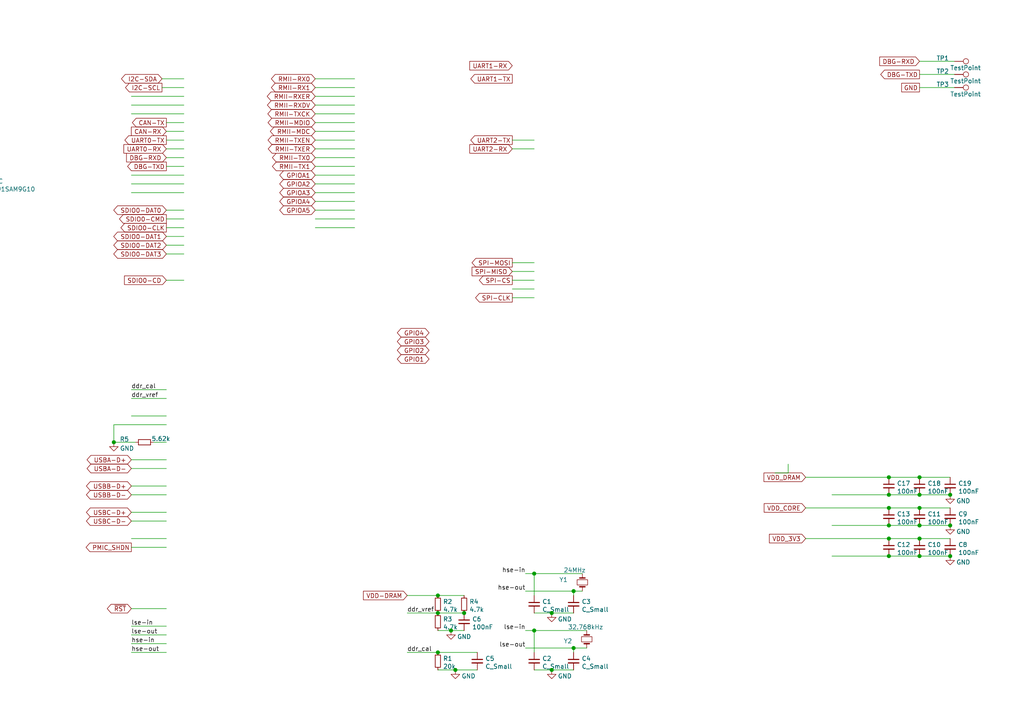
<source format=kicad_sch>
(kicad_sch (version 20210621) (generator eeschema)
  (paper "A4")
  (lib_symbols
    (symbol "Connector:TestPoint" (pin_numbers hide) (pin_names (offset 0.762) hide)
      (property "Reference" "TP" (at 0 6.858 0))
      (property "Value" "TestPoint" (at 0 5.08 0))
      (symbol "TestPoint_0_1"
        (circle (center 0 3.302) (radius 0.762))
      )
      (symbol "TestPoint_1_1"
        (pin passive line (at 0 0 90) (length 2.54) (name "1") (number "1"))
      )
    )
    (symbol "Device:C_Small" (pin_numbers hide) (pin_names (offset 0.254) hide)
      (property "Reference" "C" (at 0.254 1.778 0))
      (property "Value" "C_Small" (at 0.254 -2.032 0))
      (symbol "C_Small_0_1"
        (polyline (pts (xy -1.524 -0.508) (xy 1.524 -0.508)) (stroke (width 0.3302)))
        (polyline (pts (xy -1.524 0.508) (xy 1.524 0.508)) (stroke (width 0.3048)))
      )
      (symbol "C_Small_1_1"
        (pin passive line (at 0 2.54 270) (length 2.032) (name "~") (number "1"))
        (pin passive line (at 0 -2.54 90) (length 2.032) (name "~") (number "2"))
      )
    )
    (symbol "Device:Crystal_Small" (pin_numbers hide) (pin_names (offset 1.016) hide)
      (property "Reference" "Y" (at 0 2.54 0))
      (property "Value" "Crystal_Small" (at 0 -2.54 0))
      (symbol "Crystal_Small_0_1"
        (rectangle (start -0.762 -1.524) (end 0.762 1.524))
        (polyline (pts (xy -1.27 -0.762) (xy -1.27 0.762)) (stroke (width 0.381)))
        (polyline (pts (xy 1.27 -0.762) (xy 1.27 0.762)) (stroke (width 0.381)))
      )
      (symbol "Crystal_Small_1_1"
        (pin passive line (at -2.54 0 0) (length 1.27) (name "1") (number "1"))
        (pin passive line (at 2.54 0 180) (length 1.27) (name "2") (number "2"))
      )
    )
    (symbol "Device:R_Small" (pin_numbers hide) (pin_names (offset 0.254) hide)
      (property "Reference" "R" (at 0.762 0.508 0))
      (property "Value" "R_Small" (at 0.762 -1.016 0))
      (symbol "R_Small_0_1"
        (rectangle (start -0.762 1.778) (end 0.762 -1.778) (stroke (width 0.2032)))
      )
      (symbol "R_Small_1_1"
        (pin passive line (at 0 2.54 270) (length 0.762) (name "~") (number "1"))
        (pin passive line (at 0 -2.54 90) (length 0.762) (name "~") (number "2"))
      )
    )
    (symbol "microchip:AT91SAM9G10"
      (property "Reference" "U" (at 0 43.18 0))
      (property "Value" "AT91SAM9G10" (at -8.89 43.18 0))
      (symbol "AT91SAM9G10_1_0"
        (pin passive line (at -6.35 -36.83 0) (length 2.54) (name "PA30") (number "L14"))
        (pin passive line (at -6.35 -29.21 0) (length 2.54) (name "PA27") (number "L15"))
        (pin passive line (at -6.35 -39.37 0) (length 2.54) (name "PA31") (number "L16"))
        (pin passive line (at -6.35 -24.13 0) (length 2.54) (name "PA25") (number "M14"))
        (pin passive line (at -6.35 -26.67 0) (length 2.54) (name "PA26") (number "M15"))
        (pin passive line (at -6.35 -31.75 0) (length 2.54) (name "PA28") (number "M16"))
        (pin passive line (at -6.35 -34.29 0) (length 2.54) (name "PA29") (number "M17"))
        (pin passive line (at -6.35 -16.51 0) (length 2.54) (name "PA22") (number "N14"))
        (pin passive line (at -6.35 -13.97 0) (length 2.54) (name "PA21") (number "N15"))
        (pin passive line (at -6.35 -19.05 0) (length 2.54) (name "PA23") (number "N16"))
        (pin passive line (at -6.35 -21.59 0) (length 2.54) (name "PA24") (number "N17"))
        (pin passive line (at -6.35 31.75 0) (length 2.54) (name "PA3") (number "P10"))
        (pin passive line (at -6.35 1.27 0) (length 2.54) (name "PA15") (number "P13"))
        (pin passive line (at -6.35 -1.27 0) (length 2.54) (name "PA16") (number "P14"))
        (pin passive line (at -6.35 -8.89 0) (length 2.54) (name "PA19") (number "P16"))
        (pin passive line (at -6.35 -11.43 0) (length 2.54) (name "PA20") (number "P17"))
        (pin passive line (at -6.35 39.37 0) (length 2.54) (name "PA0") (number "R11"))
        (pin passive line (at -6.35 21.59 0) (length 2.54) (name "PA7") (number "R12"))
        (pin passive line (at -6.35 13.97 0) (length 2.54) (name "PA10") (number "R13"))
        (pin passive line (at -6.35 6.35 0) (length 2.54) (name "PA13") (number "R14"))
        (pin passive line (at -6.35 -3.81 0) (length 2.54) (name "PA17") (number "R15"))
        (pin passive line (at -6.35 -6.35 0) (length 2.54) (name "PA18") (number "R17"))
        (pin passive line (at -6.35 36.83 0) (length 2.54) (name "PA1") (number "T12"))
        (pin passive line (at -6.35 29.21 0) (length 2.54) (name "PA4") (number "T13"))
        (pin passive line (at -6.35 24.13 0) (length 2.54) (name "PA6") (number "T14"))
        (pin passive line (at -6.35 19.05 0) (length 2.54) (name "PA8") (number "T15"))
        (pin passive line (at -6.35 11.43 0) (length 2.54) (name "PA11") (number "T16"))
        (pin passive line (at -6.35 3.81 0) (length 2.54) (name "PA14") (number "T17"))
        (pin passive line (at -6.35 34.29 0) (length 2.54) (name "PA2") (number "U13"))
        (pin passive line (at -6.35 26.67 0) (length 2.54) (name "PA5") (number "U14"))
        (pin passive line (at -6.35 8.89 0) (length 2.54) (name "PA12") (number "U15"))
        (pin passive line (at -6.35 16.51 0) (length 2.54) (name "PA9") (number "U16"))
      )
      (symbol "AT91SAM9G10_1_1"
        (rectangle (start -3.81 40.64) (end 3.81 -40.64) (stroke (width 0.1524)) (fill (type background)))
      )
      (symbol "AT91SAM9G10_2_0"
        (pin passive line (at -8.89 -29.21 0) (length 5.08) (name "PB27") (number "A15"))
        (pin passive line (at -8.89 -21.59 0) (length 5.08) (name "PB24") (number "A17"))
        (pin passive line (at -8.89 -39.37 0) (length 5.08) (name "PB31") (number "B13"))
        (pin passive line (at -8.89 -26.67 0) (length 5.08) (name "PB26") (number "B15"))
        (pin passive line (at -8.89 -24.13 0) (length 5.08) (name "PB25") (number "B16"))
        (pin passive line (at -8.89 -8.89 0) (length 5.08) (name "PB19") (number "B17"))
        (pin passive line (at -8.89 -36.83 0) (length 5.08) (name "PB30") (number "C13"))
        (pin passive line (at -8.89 -13.97 0) (length 5.08) (name "PB21") (number "C16"))
        (pin passive line (at -8.89 -34.29 0) (length 5.08) (name "PB29") (number "D12"))
        (pin passive line (at -8.89 -31.75 0) (length 5.08) (name "PB28") (number "D13"))
        (pin passive line (at -8.89 -19.05 0) (length 5.08) (name "PB23") (number "D14"))
        (pin passive line (at -8.89 -11.43 0) (length 5.08) (name "PB20") (number "D15"))
        (pin passive line (at -8.89 -3.81 0) (length 5.08) (name "PB17") (number "D16"))
        (pin passive line (at -8.89 -16.51 0) (length 5.08) (name "PB22") (number "E14"))
        (pin passive line (at -8.89 -6.35 0) (length 5.08) (name "PB18") (number "E15"))
        (pin passive line (at -8.89 1.27 0) (length 5.08) (name "PB15") (number "E16"))
        (pin passive line (at -8.89 -1.27 0) (length 5.08) (name "PB16") (number "F14"))
        (pin passive line (at -8.89 3.81 0) (length 5.08) (name "PB14") (number "G14"))
        (pin passive line (at -8.89 8.89 0) (length 5.08) (name "PB12") (number "G15"))
        (pin passive line (at -8.89 11.43 0) (length 5.08) (name "PB11") (number "G16"))
        (pin passive line (at -8.89 19.05 0) (length 5.08) (name "PB8") (number "G17"))
        (pin passive line (at -8.89 13.97 0) (length 5.08) (name "PB10") (number "H14"))
        (pin passive line (at -8.89 6.35 0) (length 5.08) (name "PB13") (number "H15"))
        (pin passive line (at -8.89 21.59 0) (length 5.08) (name "PB7") (number "H16"))
        (pin passive line (at -8.89 26.67 0) (length 5.08) (name "PB5") (number "H17"))
        (pin passive line (at -8.89 16.51 0) (length 5.08) (name "PB9") (number "J15"))
        (pin passive line (at -8.89 24.13 0) (length 5.08) (name "PB6") (number "J16"))
        (pin passive line (at -8.89 29.21 0) (length 5.08) (name "PB4") (number "J17"))
        (pin passive line (at -8.89 31.75 0) (length 5.08) (name "PB3") (number "K15"))
        (pin passive line (at -8.89 36.83 0) (length 5.08) (name "PB1") (number "K16"))
        (pin passive line (at -8.89 34.29 0) (length 5.08) (name "PB2") (number "K17"))
        (pin passive line (at -8.89 39.37 0) (length 5.08) (name "PB0") (number "L17"))
      )
      (symbol "AT91SAM9G10_2_1"
        (rectangle (start -3.81 40.64) (end 3.81 -40.64) (stroke (width 0.1524)) (fill (type background)))
      )
      (symbol "AT91SAM9G10_3_0"
        (pin passive line (at -6.35 -6.35 0) (length 2.54) (name "PC18") (number "M3"))
        (pin passive line (at -6.35 -3.81 0) (length 2.54) (name "PC17") (number "N2"))
        (pin passive line (at -6.35 -39.37 0) (length 2.54) (name "PC31") (number "N3"))
        (pin passive line (at -6.35 -1.27 0) (length 2.54) (name "PC16") (number "P1"))
        (pin passive line (at -6.35 -36.83 0) (length 2.54) (name "PC30") (number "P2"))
        (pin passive line (at -6.35 -16.51 0) (length 2.54) (name "PC22") (number "P3"))
        (pin passive line (at -6.35 -21.59 0) (length 2.54) (name "PC24") (number "P4"))
        (pin passive line (at -6.35 -31.75 0) (length 2.54) (name "PC28") (number "P5"))
        (pin passive line (at -6.35 36.83 0) (length 2.54) (name "PC1") (number "P6"))
        (pin passive line (at -6.35 21.59 0) (length 2.54) (name "PC7") (number "P7"))
        (pin passive line (at -6.35 11.43 0) (length 2.54) (name "PC11") (number "P8"))
        (pin passive line (at -6.35 -8.89 0) (length 2.54) (name "PC19") (number "R1"))
        (pin passive line (at -6.35 -13.97 0) (length 2.54) (name "PC21") (number "R2"))
        (pin passive line (at -6.35 -29.21 0) (length 2.54) (name "PC27") (number "R4"))
        (pin passive line (at -6.35 -34.29 0) (length 2.54) (name "PC29") (number "R5"))
        (pin passive line (at -6.35 29.21 0) (length 2.54) (name "PC4") (number "R6"))
        (pin passive line (at -6.35 19.05 0) (length 2.54) (name "PC8") (number "R7"))
        (pin passive line (at -6.35 8.89 0) (length 2.54) (name "PC12") (number "R8"))
        (pin passive line (at -6.35 3.81 0) (length 2.54) (name "PC14") (number "R9"))
        (pin passive line (at -6.35 -11.43 0) (length 2.54) (name "PC20") (number "T1"))
        (pin passive line (at -6.35 -19.05 0) (length 2.54) (name "PC23") (number "T2"))
        (pin passive line (at -6.35 -26.67 0) (length 2.54) (name "PC26") (number "T3"))
        (pin passive line (at -6.35 34.29 0) (length 2.54) (name "PC2") (number "T4"))
        (pin passive line (at -6.35 26.67 0) (length 2.54) (name "PC5") (number "T6"))
        (pin passive line (at -6.35 16.51 0) (length 2.54) (name "PC9") (number "T7"))
        (pin passive line (at -6.35 13.97 0) (length 2.54) (name "PC10") (number "T8"))
        (pin passive line (at -6.35 1.27 0) (length 2.54) (name "PC15") (number "T9"))
        (pin passive line (at -6.35 -24.13 0) (length 2.54) (name "PC25") (number "U1"))
        (pin passive line (at -6.35 39.37 0) (length 2.54) (name "PC0") (number "U2"))
        (pin passive line (at -6.35 31.75 0) (length 2.54) (name "PC3") (number "U3"))
        (pin passive line (at -6.35 24.13 0) (length 2.54) (name "PC6") (number "U5"))
        (pin passive line (at -6.35 6.35 0) (length 2.54) (name "PC13") (number "U8"))
      )
      (symbol "AT91SAM9G10_3_1"
        (rectangle (start -3.81 40.64) (end 3.81 -40.64) (stroke (width 0.1524)) (fill (type background)))
      )
      (symbol "AT91SAM9G10_4_0"
        (pin passive line (at -10.16 -10.16 0) (length 2.54) (name "A19") (number "A1"))
        (pin passive line (at -10.16 -2.54 0) (length 2.54) (name "A16/BA0") (number "A2"))
        (pin passive line (at -10.16 2.54 0) (length 2.54) (name "A14") (number "A3"))
        (pin passive line (at -10.16 7.62 0) (length 2.54) (name "A12") (number "A4"))
        (pin passive line (at -10.16 15.24 0) (length 2.54) (name "A9") (number "A5"))
        (pin passive line (at -10.16 22.86 0) (length 2.54) (name "A6") (number "A6"))
        (pin passive line (at -10.16 30.48 0) (length 2.54) (name "A3") (number "A7"))
        (pin passive line (at -10.16 33.02 0) (length 2.54) (name "A2") (number "A8"))
        (pin passive line (at -10.16 -12.7 0) (length 2.54) (name "A20") (number "B1"))
        (pin passive line (at -10.16 -7.62 0) (length 2.54) (name "A18") (number "B2"))
        (pin passive line (at -10.16 0 0) (length 2.54) (name "A15") (number "B3"))
        (pin passive line (at -10.16 5.08 0) (length 2.54) (name "A13") (number "B4"))
        (pin passive line (at -10.16 10.16 0) (length 2.54) (name "A11") (number "B5"))
        (pin passive line (at -10.16 20.32 0) (length 2.54) (name "A7") (number "B6"))
        (pin passive line (at -10.16 27.94 0) (length 2.54) (name "A4") (number "B7"))
        (pin passive line (at -10.16 35.56 0) (length 2.54) (name "A1/NBS2/NWR2") (number "B8"))
        (pin passive line (at -10.16 -17.78 0) (length 2.54) (name "A22") (number "C1"))
        (pin passive line (at -10.16 -15.24 0) (length 2.54) (name "A21") (number "C2"))
        (pin passive line (at -10.16 -5.08 0) (length 2.54) (name "A17/BA1") (number "C4"))
        (pin passive line (at -10.16 17.78 0) (length 2.54) (name "A8") (number "C6"))
        (pin passive line (at 24.13 -11.43 180) (length 5.08) (name "NCS2") (number "D1"))
        (pin passive line (at 24.13 -8.89 180) (length 5.08) (name "NCS1/SDCS") (number "D2"))
        (pin passive line (at -10.16 12.7 0) (length 2.54) (name "A10") (number "D6"))
        (pin passive line (at -10.16 25.4 0) (length 2.54) (name "A5") (number "D7"))
        (pin passive line (at -10.16 38.1 0) (length 2.54) (name "A0/NBS0") (number "D8"))
        (pin passive line (at 24.13 -21.59 180) (length 5.08) (name "NWR1/NBS1/CFIOR") (number "E1"))
        (pin passive line (at 24.13 -19.05 180) (length 5.08) (name "NWR0/NWE/CFWE") (number "E2"))
        (pin passive line (at 24.13 -29.21 180) (length 5.08) (name "NRD/CFOE") (number "E3"))
        (pin passive line (at -12.7 -22.86 0) (length 5.08) (name "SDA10") (number "E4"))
        (pin passive line (at -12.7 -38.1 0) (length 5.08) (name "SDCKE") (number "F1"))
        (pin passive line (at -12.7 -27.94 0) (length 5.08) (name "RAS") (number "F2"))
        (pin passive line (at 24.13 -24.13 180) (length 5.08) (name "NWR3/NBS3/CFIOW") (number "F3"))
        (pin passive line (at 24.13 -6.35 180) (length 5.08) (name "NCS0") (number "F4"))
        (pin passive line (at 24.13 38.1 180) (length 5.08) (name "D0") (number "G1"))
        (pin passive line (at 24.13 35.56 180) (length 5.08) (name "D1") (number "G2"))
        (pin passive line (at -12.7 -30.48 0) (length 5.08) (name "SDWE") (number "G3"))
        (pin passive line (at 24.13 -13.97 180) (length 5.08) (name "NCS3/NANDCS") (number "G4"))
        (pin passive line (at 24.13 33.02 180) (length 5.08) (name "D2") (number "H1"))
        (pin passive line (at 24.13 30.48 180) (length 5.08) (name "D3") (number "H2"))
        (pin passive line (at -12.7 -35.56 0) (length 5.08) (name "SDCK") (number "H4"))
        (pin passive line (at 24.13 27.94 180) (length 5.08) (name "D4") (number "J1"))
        (pin passive line (at 24.13 25.4 180) (length 5.08) (name "D5") (number "J2"))
        (pin passive line (at -12.7 -33.02 0) (length 5.08) (name "CAS") (number "J4"))
        (pin passive line (at 24.13 22.86 180) (length 5.08) (name "D6") (number "K1"))
        (pin passive line (at 24.13 17.78 180) (length 5.08) (name "D8") (number "K2"))
        (pin passive line (at 24.13 12.7 180) (length 5.08) (name "D10") (number "K3"))
        (pin passive line (at 24.13 20.32 180) (length 5.08) (name "D7") (number "K4"))
        (pin passive line (at 24.13 15.24 180) (length 5.08) (name "D9") (number "L1"))
        (pin passive line (at 24.13 10.16 180) (length 5.08) (name "D11") (number "L2"))
        (pin passive line (at 24.13 7.62 180) (length 5.08) (name "D12") (number "L3"))
        (pin passive line (at 24.13 5.08 180) (length 5.08) (name "D13") (number "M1"))
        (pin passive line (at 24.13 0 180) (length 5.08) (name "D15") (number "M2"))
        (pin passive line (at 24.13 2.54 180) (length 5.08) (name "D14") (number "N1"))
      )
      (symbol "AT91SAM9G10_4_1"
        (rectangle (start -7.62 39.37) (end 19.05 -39.37) (stroke (width 0.1524)) (fill (type background)))
      )
      (symbol "AT91SAM9G10_5_0"
        (pin passive line (at -8.89 -31.75 0) (length 5.08) (name "XOUT32") (number "A10"))
        (pin passive line (at -8.89 -29.21 0) (length 5.08) (name "XIN32") (number "A11"))
        (pin passive line (at -8.89 3.81 0) (length 5.08) (name "DDP") (number "A12"))
        (pin passive line (at -8.89 -3.81 0) (length 5.08) (name "HDPB") (number "A13"))
        (pin passive line (at -8.89 -6.35 0) (length 5.08) (name "HDMB") (number "A14"))
        (pin passive line (at -8.89 -40.64 0) (length 5.08) (name "NC") (number "A9"))
        (pin passive line (at -8.89 38.1 0) (length 5.08) (name "JTAGSEL") (number "B10"))
        (pin passive line (at -8.89 11.43 0) (length 5.08) (name "WKUP") (number "B11"))
        (pin passive line (at -8.89 1.27 0) (length 5.08) (name "DDM") (number "B12"))
        (pin passive line (at -8.89 -13.97 0) (length 5.08) (name "HDMA") (number "B14"))
        (pin passive line (at -8.89 -24.13 0) (length 5.08) (name "TST") (number "C10"))
        (pin passive line (at -8.89 -11.43 0) (length 5.08) (name "HDPA") (number "C12"))
        (pin passive line (at -8.89 -43.18 0) (length 5.08) (name "NC") (number "C14"))
        (pin passive line (at -8.89 27.94 0) (length 5.08) (name "TMS") (number "C17"))
        (pin passive line (at -8.89 -45.72 0) (length 5.08) (name "NC") (number "D10"))
        (pin passive line (at -8.89 35.56 0) (length 5.08) (name "TCK") (number "D17"))
        (pin passive line (at -8.89 8.89 0) (length 5.08) (name "SHDN") (number "D9"))
        (pin passive line (at -8.89 33.02 0) (length 5.08) (name "TDI") (number "E17"))
        (pin passive line (at -8.89 17.78 0) (length 5.08) (name "NRST") (number "F15"))
        (pin passive line (at -8.89 30.48 0) (length 5.08) (name "TDO") (number "F16"))
        (pin passive line (at -8.89 22.86 0) (length 5.08) (name "NTRST") (number "F17"))
        (pin passive line (at -8.89 -20.32 0) (length 5.08) (name "PLLRCA") (number "U10"))
        (pin passive line (at -8.89 -34.29 0) (length 5.08) (name "XIN") (number "U11"))
        (pin passive line (at -8.89 -36.83 0) (length 5.08) (name "XOUT") (number "U12"))
        (pin passive line (at -8.89 25.4 0) (length 5.08) (name "RTCK") (number "U17"))
        (pin passive line (at -8.89 -17.78 0) (length 5.08) (name "PLLRCB") (number "U9"))
      )
      (symbol "AT91SAM9G10_5_1"
        (rectangle (start -3.81 40.64) (end 10.16 -46.99) (stroke (width 0.1524)) (fill (type background)))
      )
      (symbol "AT91SAM9G10_6_0"
        (pin passive line (at -6.35 19.05 0) (length 5.08) (name "GND") (number "A16"))
        (pin power_in line (at 21.59 -16.51 180) (length 5.08) (name "VDDBU") (number "B9"))
        (pin passive line (at -6.35 13.97 0) (length 5.08) (name "GND") (number "C11"))
        (pin power_in line (at 21.59 2.54 180) (length 5.08) (name "VDDIOP") (number "C15"))
        (pin power_in line (at 21.59 22.86 180) (length 5.08) (name "VDDIOM") (number "C3"))
        (pin power_in line (at 21.59 20.32 180) (length 5.08) (name "VDDIOM") (number "C5"))
        (pin passive line (at -6.35 16.51 0) (length 5.08) (name "GND") (number "C7"))
        (pin power_in line (at 21.59 17.78 180) (length 5.08) (name "VDDIOM") (number "C8"))
        (pin passive line (at -6.35 26.67 0) (length 5.08) (name "GNDBU") (number "C9"))
        (pin power_in line (at 21.59 0 180) (length 5.08) (name "VDDIOP") (number "D11"))
        (pin passive line (at -6.35 11.43 0) (length 5.08) (name "GND") (number "D3"))
        (pin power_in line (at 21.59 15.24 180) (length 5.08) (name "VDDIOM") (number "D4"))
        (pin power_in line (at 21.59 29.21 180) (length 5.08) (name "VDDCORE") (number "D5"))
        (pin passive line (at -6.35 3.81 0) (length 5.08) (name "GND") (number "H10"))
        (pin power_in line (at 21.59 12.7 180) (length 5.08) (name "VDDIOM") (number "H3"))
        (pin passive line (at -6.35 8.89 0) (length 5.08) (name "GND") (number "H8"))
        (pin passive line (at -6.35 6.35 0) (length 5.08) (name "GND") (number "H9"))
        (pin passive line (at -6.35 -6.35 0) (length 5.08) (name "GND") (number "J10"))
        (pin power_in line (at 21.59 -2.54 180) (length 5.08) (name "VDDIOP") (number "J14"))
        (pin passive line (at -6.35 1.27 0) (length 5.08) (name "GND") (number "J3"))
        (pin passive line (at -6.35 -1.27 0) (length 5.08) (name "GND") (number "J8"))
        (pin passive line (at -6.35 -3.81 0) (length 5.08) (name "GND") (number "J9"))
        (pin passive line (at -6.35 -13.97 0) (length 5.08) (name "GND") (number "K10"))
        (pin power_in line (at 21.59 36.83 180) (length 5.08) (name "VDDCORE") (number "K14"))
        (pin passive line (at -6.35 -8.89 0) (length 5.08) (name "GND") (number "K8"))
        (pin passive line (at -6.35 -11.43 0) (length 5.08) (name "GND") (number "K9"))
        (pin power_in line (at 21.59 10.16 180) (length 5.08) (name "VDDIOM") (number "L4"))
        (pin power_in line (at 21.59 34.29 180) (length 5.08) (name "VDDCORE") (number "M4"))
        (pin power_in line (at 21.59 7.62 180) (length 5.08) (name "VDDIOM") (number "N4"))
        (pin power_in line (at 21.59 -5.08 180) (length 5.08) (name "VDDIOP") (number "P11"))
        (pin power_in line (at 21.59 31.75 180) (length 5.08) (name "VDDCORE") (number "P12"))
        (pin power_in line (at 21.59 -7.62 180) (length 5.08) (name "VDDIOP") (number "P15"))
        (pin passive line (at -6.35 21.59 0) (length 5.08) (name "GNDPLL") (number "P9"))
        (pin passive line (at 21.59 -20.32 180) (length 5.08) (name "VDDPLL") (number "R10"))
        (pin passive line (at -6.35 -19.05 0) (length 5.08) (name "GND") (number "R16"))
        (pin passive line (at -6.35 -16.51 0) (length 5.08) (name "GND") (number "R3"))
        (pin passive line (at 21.59 -24.13 180) (length 5.08) (name "VDDOSC") (number "T10"))
        (pin passive line (at -6.35 24.13 0) (length 5.08) (name "GNDOSC") (number "T11"))
        (pin power_in line (at 21.59 -10.16 180) (length 5.08) (name "VDDIOP") (number "T5"))
        (pin passive line (at -6.35 -21.59 0) (length 5.08) (name "GND") (number "U4"))
        (pin power_in line (at 21.59 -12.7 180) (length 5.08) (name "VDDIOP") (number "U6"))
        (pin passive line (at -6.35 -24.13 0) (length 5.08) (name "GND") (number "U7"))
      )
      (symbol "AT91SAM9G10_6_1"
        (rectangle (start -1.27 39.37) (end 16.51 -25.4) (stroke (width 0.1524)) (fill (type background)))
      )
    )
    (symbol "power:GND" (power) (pin_names (offset 0))
      (property "Value" "GND" (at 0 -3.81 0))
      (symbol "GND_0_1"
        (polyline (pts (xy 0 0) (xy 0 -1.27) (xy 1.27 -1.27) (xy 0 -2.54) (xy -1.27 -1.27) (xy 0 -1.27)))
      )
      (symbol "GND_1_1"
        (pin power_in line (at 0 0 270) (length 0) hide (name "GND") (number "1"))
      )
    )
  )
  (junction (at 33.02 128.27) (diameter 1.016))
  (junction (at 127 172.72) (diameter 1.016))
  (junction (at 127 177.8) (diameter 1.016))
  (junction (at 127 189.23) (diameter 1.016))
  (junction (at 130.81 182.88) (diameter 1.016))
  (junction (at 132.08 194.31) (diameter 1.016))
  (junction (at 134.62 177.8) (diameter 1.016))
  (junction (at 154.94 166.37) (diameter 1.016))
  (junction (at 154.94 182.88) (diameter 1.016))
  (junction (at 160.02 177.8) (diameter 1.016))
  (junction (at 160.02 194.31) (diameter 1.016))
  (junction (at 166.37 171.45) (diameter 1.016))
  (junction (at 166.37 187.96) (diameter 1.016))
  (junction (at 257.81 138.43) (diameter 1.016))
  (junction (at 257.81 143.51) (diameter 1.016))
  (junction (at 257.81 147.32) (diameter 1.016))
  (junction (at 257.81 152.4) (diameter 1.016))
  (junction (at 257.81 156.21) (diameter 1.016))
  (junction (at 257.81 161.29) (diameter 1.016))
  (junction (at 266.7 138.43) (diameter 1.016))
  (junction (at 266.7 143.51) (diameter 1.016))
  (junction (at 266.7 147.32) (diameter 1.016))
  (junction (at 266.7 152.4) (diameter 1.016))
  (junction (at 266.7 156.21) (diameter 1.016))
  (junction (at 266.7 161.29) (diameter 1.016))
  (junction (at 275.59 143.51) (diameter 1.016))
  (junction (at 275.59 152.4) (diameter 1.016))
  (junction (at 275.59 161.29) (diameter 1.016))
  (bus_entry (at -27.94 52.07) (size 2.54 2.54) (stroke (width 0.1524)))
  (bus_entry (at -27.94 54.61) (size 2.54 2.54) (stroke (width 0.1524)))
  (bus_entry (at -27.94 57.15) (size 2.54 2.54) (stroke (width 0.1524)))
  (bus_entry (at -27.94 59.69) (size 2.54 2.54) (stroke (width 0.1524)))
  (bus_entry (at -27.94 62.23) (size 2.54 2.54) (stroke (width 0.1524)))
  (bus_entry (at -27.94 64.77) (size 2.54 2.54) (stroke (width 0.1524)))
  (bus_entry (at -27.94 67.31) (size 2.54 2.54) (stroke (width 0.1524)))
  (bus_entry (at -27.94 69.85) (size 2.54 2.54) (stroke (width 0.1524)))
  (bus_entry (at -27.94 72.39) (size 2.54 2.54) (stroke (width 0.1524)))
  (bus_entry (at -27.94 74.93) (size 2.54 2.54) (stroke (width 0.1524)))
  (bus_entry (at -27.94 77.47) (size 2.54 2.54) (stroke (width 0.1524)))
  (bus_entry (at -27.94 80.01) (size 2.54 2.54) (stroke (width 0.1524)))
  (bus_entry (at -27.94 82.55) (size 2.54 2.54) (stroke (width 0.1524)))
  (bus_entry (at -27.94 85.09) (size 2.54 2.54) (stroke (width 0.1524)))
  (bus_entry (at -27.94 87.63) (size 2.54 2.54) (stroke (width 0.1524)))
  (bus_entry (at -27.94 90.17) (size 2.54 2.54) (stroke (width 0.1524)))
  (wire (pts (xy -13.97 54.61) (xy -25.4 54.61)))
  (wire (pts (xy -13.97 57.15) (xy -25.4 57.15)))
  (wire (pts (xy -13.97 59.69) (xy -25.4 59.69)))
  (wire (pts (xy -13.97 62.23) (xy -25.4 62.23)))
  (wire (pts (xy -13.97 64.77) (xy -25.4 64.77)))
  (wire (pts (xy -13.97 67.31) (xy -25.4 67.31)))
  (wire (pts (xy -13.97 69.85) (xy -25.4 69.85)))
  (wire (pts (xy -13.97 72.39) (xy -25.4 72.39)))
  (wire (pts (xy -13.97 74.93) (xy -25.4 74.93)))
  (wire (pts (xy -13.97 77.47) (xy -25.4 77.47)))
  (wire (pts (xy -13.97 80.01) (xy -25.4 80.01)))
  (wire (pts (xy -13.97 82.55) (xy -25.4 82.55)))
  (wire (pts (xy -13.97 85.09) (xy -25.4 85.09)))
  (wire (pts (xy -13.97 87.63) (xy -25.4 87.63)))
  (wire (pts (xy -13.97 90.17) (xy -25.4 90.17)))
  (wire (pts (xy -13.97 92.71) (xy -25.4 92.71)))
  (wire (pts (xy 33.02 123.19) (xy 33.02 128.27)))
  (wire (pts (xy 33.02 123.19) (xy 48.26 123.19)))
  (wire (pts (xy 33.02 128.27) (xy 39.37 128.27)))
  (wire (pts (xy 38.1 27.94) (xy 53.34 27.94)))
  (wire (pts (xy 38.1 30.48) (xy 53.34 30.48)))
  (wire (pts (xy 38.1 33.02) (xy 53.34 33.02)))
  (wire (pts (xy 38.1 50.8) (xy 53.34 50.8)))
  (wire (pts (xy 38.1 53.34) (xy 53.34 53.34)))
  (wire (pts (xy 38.1 55.88) (xy 53.34 55.88)))
  (wire (pts (xy 38.1 113.03) (xy 48.26 113.03)))
  (wire (pts (xy 38.1 115.57) (xy 48.26 115.57)))
  (wire (pts (xy 38.1 120.65) (xy 48.26 120.65)))
  (wire (pts (xy 38.1 133.35) (xy 48.26 133.35)))
  (wire (pts (xy 38.1 135.89) (xy 48.26 135.89)))
  (wire (pts (xy 38.1 140.97) (xy 48.26 140.97)))
  (wire (pts (xy 38.1 143.51) (xy 48.26 143.51)))
  (wire (pts (xy 38.1 148.59) (xy 48.26 148.59)))
  (wire (pts (xy 38.1 151.13) (xy 48.26 151.13)))
  (wire (pts (xy 38.1 156.21) (xy 48.26 156.21)))
  (wire (pts (xy 38.1 158.75) (xy 48.26 158.75)))
  (wire (pts (xy 38.1 176.53) (xy 48.26 176.53)))
  (wire (pts (xy 38.1 181.61) (xy 48.26 181.61)))
  (wire (pts (xy 38.1 184.15) (xy 48.26 184.15)))
  (wire (pts (xy 38.1 186.69) (xy 48.26 186.69)))
  (wire (pts (xy 38.1 189.23) (xy 48.26 189.23)))
  (wire (pts (xy 44.45 128.27) (xy 48.26 128.27)))
  (wire (pts (xy 46.99 22.86) (xy 53.34 22.86)))
  (wire (pts (xy 46.99 25.4) (xy 53.34 25.4)))
  (wire (pts (xy 48.26 35.56) (xy 53.34 35.56)))
  (wire (pts (xy 48.26 38.1) (xy 53.34 38.1)))
  (wire (pts (xy 48.26 40.64) (xy 53.34 40.64)))
  (wire (pts (xy 48.26 43.18) (xy 53.34 43.18)))
  (wire (pts (xy 48.26 45.72) (xy 53.34 45.72)))
  (wire (pts (xy 48.26 48.26) (xy 53.34 48.26)))
  (wire (pts (xy 48.26 60.96) (xy 53.34 60.96)))
  (wire (pts (xy 48.26 63.5) (xy 53.34 63.5)))
  (wire (pts (xy 48.26 66.04) (xy 53.34 66.04)))
  (wire (pts (xy 48.26 68.58) (xy 53.34 68.58)))
  (wire (pts (xy 48.26 71.12) (xy 53.34 71.12)))
  (wire (pts (xy 48.26 73.66) (xy 53.34 73.66)))
  (wire (pts (xy 48.26 81.28) (xy 53.34 81.28)))
  (wire (pts (xy 91.44 22.86) (xy 102.87 22.86)))
  (wire (pts (xy 91.44 25.4) (xy 102.87 25.4)))
  (wire (pts (xy 91.44 27.94) (xy 102.87 27.94)))
  (wire (pts (xy 91.44 30.48) (xy 102.87 30.48)))
  (wire (pts (xy 91.44 33.02) (xy 102.87 33.02)))
  (wire (pts (xy 91.44 35.56) (xy 102.87 35.56)))
  (wire (pts (xy 91.44 38.1) (xy 102.87 38.1)))
  (wire (pts (xy 91.44 40.64) (xy 102.87 40.64)))
  (wire (pts (xy 91.44 43.18) (xy 102.87 43.18)))
  (wire (pts (xy 91.44 45.72) (xy 102.87 45.72)))
  (wire (pts (xy 91.44 48.26) (xy 102.87 48.26)))
  (wire (pts (xy 91.44 50.8) (xy 102.87 50.8)))
  (wire (pts (xy 91.44 53.34) (xy 102.87 53.34)))
  (wire (pts (xy 91.44 55.88) (xy 102.87 55.88)))
  (wire (pts (xy 91.44 58.42) (xy 102.87 58.42)))
  (wire (pts (xy 91.44 60.96) (xy 102.87 60.96)))
  (wire (pts (xy 91.44 63.5) (xy 102.87 63.5)))
  (wire (pts (xy 91.44 66.04) (xy 102.87 66.04)))
  (wire (pts (xy 118.11 172.72) (xy 127 172.72)))
  (wire (pts (xy 118.11 177.8) (xy 127 177.8)))
  (wire (pts (xy 118.11 189.23) (xy 127 189.23)))
  (wire (pts (xy 127 172.72) (xy 134.62 172.72)))
  (wire (pts (xy 127 177.8) (xy 134.62 177.8)))
  (wire (pts (xy 127 182.88) (xy 130.81 182.88)))
  (wire (pts (xy 127 189.23) (xy 138.43 189.23)))
  (wire (pts (xy 127 194.31) (xy 132.08 194.31)))
  (wire (pts (xy 130.81 182.88) (xy 134.62 182.88)))
  (wire (pts (xy 132.08 194.31) (xy 138.43 194.31)))
  (wire (pts (xy 148.59 40.64) (xy 154.94 40.64)))
  (wire (pts (xy 148.59 43.18) (xy 154.94 43.18)))
  (wire (pts (xy 148.59 76.2) (xy 154.94 76.2)))
  (wire (pts (xy 148.59 78.74) (xy 154.94 78.74)))
  (wire (pts (xy 148.59 81.28) (xy 154.94 81.28)))
  (wire (pts (xy 148.59 83.82) (xy 154.94 83.82)))
  (wire (pts (xy 148.59 86.36) (xy 154.94 86.36)))
  (wire (pts (xy 152.4 166.37) (xy 154.94 166.37)))
  (wire (pts (xy 152.4 171.45) (xy 166.37 171.45)))
  (wire (pts (xy 152.4 182.88) (xy 154.94 182.88)))
  (wire (pts (xy 152.4 187.96) (xy 166.37 187.96)))
  (wire (pts (xy 154.94 166.37) (xy 154.94 172.72)))
  (wire (pts (xy 154.94 166.37) (xy 168.91 166.37)))
  (wire (pts (xy 154.94 177.8) (xy 160.02 177.8)))
  (wire (pts (xy 154.94 182.88) (xy 154.94 189.23)))
  (wire (pts (xy 154.94 182.88) (xy 170.18 182.88)))
  (wire (pts (xy 154.94 194.31) (xy 160.02 194.31)))
  (wire (pts (xy 160.02 177.8) (xy 166.37 177.8)))
  (wire (pts (xy 160.02 194.31) (xy 166.37 194.31)))
  (wire (pts (xy 166.37 171.45) (xy 166.37 172.72)))
  (wire (pts (xy 166.37 171.45) (xy 168.91 171.45)))
  (wire (pts (xy 166.37 187.96) (xy 166.37 189.23)))
  (wire (pts (xy 166.37 187.96) (xy 170.18 187.96)))
  (wire (pts (xy 224.79 137.16) (xy 228.6 137.16)))
  (wire (pts (xy 228.6 134.62) (xy 228.6 137.16)))
  (wire (pts (xy 233.68 138.43) (xy 257.81 138.43)))
  (wire (pts (xy 233.68 147.32) (xy 257.81 147.32)))
  (wire (pts (xy 233.68 156.21) (xy 257.81 156.21)))
  (wire (pts (xy 241.3 143.51) (xy 257.81 143.51)))
  (wire (pts (xy 241.3 152.4) (xy 257.81 152.4)))
  (wire (pts (xy 241.3 161.29) (xy 257.81 161.29)))
  (wire (pts (xy 257.81 138.43) (xy 266.7 138.43)))
  (wire (pts (xy 257.81 143.51) (xy 266.7 143.51)))
  (wire (pts (xy 257.81 147.32) (xy 266.7 147.32)))
  (wire (pts (xy 257.81 152.4) (xy 266.7 152.4)))
  (wire (pts (xy 257.81 156.21) (xy 266.7 156.21)))
  (wire (pts (xy 257.81 161.29) (xy 266.7 161.29)))
  (wire (pts (xy 266.7 17.78) (xy 276.86 17.78)))
  (wire (pts (xy 266.7 21.59) (xy 276.86 21.59)))
  (wire (pts (xy 266.7 25.4) (xy 276.86 25.4)))
  (wire (pts (xy 266.7 138.43) (xy 275.59 138.43)))
  (wire (pts (xy 266.7 143.51) (xy 275.59 143.51)))
  (wire (pts (xy 266.7 147.32) (xy 275.59 147.32)))
  (wire (pts (xy 266.7 152.4) (xy 275.59 152.4)))
  (wire (pts (xy 266.7 156.21) (xy 275.59 156.21)))
  (wire (pts (xy 266.7 161.29) (xy 275.59 161.29)))
  (bus (pts (xy -27.94 52.07) (xy -38.1 52.07)))
  (bus (pts (xy -27.94 52.07) (xy -27.94 90.17)))
  (label "dq16" (at -16.51 54.61 180))
  (label "dq17" (at -16.51 57.15 180))
  (label "dq18" (at -16.51 59.69 180))
  (label "dq19" (at -16.51 62.23 180))
  (label "dq20" (at -16.51 64.77 180))
  (label "dq21" (at -16.51 67.31 180))
  (label "dq22" (at -16.51 69.85 180))
  (label "dq23" (at -16.51 72.39 180))
  (label "dq24" (at -16.51 74.93 180))
  (label "dq25" (at -16.51 77.47 180))
  (label "dq26" (at -16.51 80.01 180))
  (label "dq27" (at -16.51 82.55 180))
  (label "dq28" (at -16.51 85.09 180))
  (label "dq29" (at -16.51 87.63 180))
  (label "dq30" (at -16.51 90.17 180))
  (label "dq31" (at -16.51 92.71 180))
  (label "ddr_cal" (at 38.1 113.03 0))
  (label "ddr_vref" (at 38.1 115.57 0))
  (label "lse-in" (at 38.1 181.61 0))
  (label "lse-out" (at 38.1 184.15 0))
  (label "hse-in" (at 38.1 186.69 0))
  (label "hse-out" (at 38.1 189.23 0))
  (label "ddr_vref" (at 118.11 177.8 0))
  (label "ddr_cal" (at 118.11 189.23 0))
  (label "hse-in" (at 152.4 166.37 180))
  (label "hse-out" (at 152.4 171.45 180))
  (label "lse-in" (at 152.4 182.88 180))
  (label "lse-out" (at 152.4 187.96 180))
  (global_label "dq[0..31]" (shape input) (at -38.1 52.07 180) (property "Intersheet References" "${INTERSHEET_REFS}" (effects hide)))
  (global_label "USBA-D+" (shape bidirectional) (at 38.1 133.35 180) (property "Intersheet References" "${INTERSHEET_REFS}" (effects hide)))
  (global_label "USBA-D-" (shape bidirectional) (at 38.1 135.89 180) (property "Intersheet References" "${INTERSHEET_REFS}" (effects hide)))
  (global_label "USBB-D+" (shape bidirectional) (at 38.1 140.97 180) (property "Intersheet References" "${INTERSHEET_REFS}" (effects hide)))
  (global_label "USBB-D-" (shape bidirectional) (at 38.1 143.51 180) (property "Intersheet References" "${INTERSHEET_REFS}" (effects hide)))
  (global_label "USBC-D+" (shape bidirectional) (at 38.1 148.59 180) (property "Intersheet References" "${INTERSHEET_REFS}" (effects hide)))
  (global_label "USBC-D-" (shape bidirectional) (at 38.1 151.13 180) (property "Intersheet References" "${INTERSHEET_REFS}" (effects hide)))
  (global_label "PMIC_SHDN" (shape output) (at 38.1 158.75 180) (property "Intersheet References" "${INTERSHEET_REFS}" (effects hide)))
  (global_label "~{RST}" (shape bidirectional) (at 38.1 176.53 180) (property "Intersheet References" "${INTERSHEET_REFS}" (effects hide)))
  (global_label "I2C-SDA" (shape bidirectional) (at 46.99 22.86 180) (property "Intersheet References" "${INTERSHEET_REFS}" (effects hide)))
  (global_label "I2C-SCL" (shape output) (at 46.99 25.4 180) (property "Intersheet References" "${INTERSHEET_REFS}" (effects hide)))
  (global_label "CAN-TX" (shape output) (at 48.26 35.56 180) (property "Intersheet References" "${INTERSHEET_REFS}" (effects hide)))
  (global_label "CAN-RX" (shape input) (at 48.26 38.1 180) (property "Intersheet References" "${INTERSHEET_REFS}" (effects hide)))
  (global_label "UART0-TX" (shape output) (at 48.26 40.64 180) (property "Intersheet References" "${INTERSHEET_REFS}" (effects hide)))
  (global_label "UART0-RX" (shape input) (at 48.26 43.18 180) (property "Intersheet References" "${INTERSHEET_REFS}" (effects hide)))
  (global_label "DBG-RXD" (shape input) (at 48.26 45.72 180) (property "Intersheet References" "${INTERSHEET_REFS}" (effects hide)))
  (global_label "DBG-TXD" (shape output) (at 48.26 48.26 180) (property "Intersheet References" "${INTERSHEET_REFS}" (effects hide)))
  (global_label "SDIO0-DAT0" (shape bidirectional) (at 48.26 60.96 180) (property "Intersheet References" "${INTERSHEET_REFS}" (effects hide)))
  (global_label "SDIO0-CMD" (shape output) (at 48.26 63.5 180) (property "Intersheet References" "${INTERSHEET_REFS}" (effects hide)))
  (global_label "SDIO0-CLK" (shape output) (at 48.26 66.04 180) (property "Intersheet References" "${INTERSHEET_REFS}" (effects hide)))
  (global_label "SDIO0-DAT1" (shape bidirectional) (at 48.26 68.58 180) (property "Intersheet References" "${INTERSHEET_REFS}" (effects hide)))
  (global_label "SDIO0-DAT2" (shape bidirectional) (at 48.26 71.12 180) (property "Intersheet References" "${INTERSHEET_REFS}" (effects hide)))
  (global_label "SDIO0-DAT3" (shape bidirectional) (at 48.26 73.66 180) (property "Intersheet References" "${INTERSHEET_REFS}" (effects hide)))
  (global_label "SDIO0-CD" (shape input) (at 48.26 81.28 180) (property "Intersheet References" "${INTERSHEET_REFS}" (effects hide)))
  (global_label "RMII-RX0" (shape bidirectional) (at 91.44 22.86 180) (property "Intersheet References" "${INTERSHEET_REFS}" (effects hide)))
  (global_label "RMII-RX1" (shape bidirectional) (at 91.44 25.4 180) (property "Intersheet References" "${INTERSHEET_REFS}" (effects hide)))
  (global_label "RMII-RXER" (shape bidirectional) (at 91.44 27.94 180) (property "Intersheet References" "${INTERSHEET_REFS}" (effects hide)))
  (global_label "RMII-RXDV" (shape bidirectional) (at 91.44 30.48 180) (property "Intersheet References" "${INTERSHEET_REFS}" (effects hide)))
  (global_label "RMII-TXCK" (shape bidirectional) (at 91.44 33.02 180) (property "Intersheet References" "${INTERSHEET_REFS}" (effects hide)))
  (global_label "RMII-MDIO" (shape bidirectional) (at 91.44 35.56 180) (property "Intersheet References" "${INTERSHEET_REFS}" (effects hide)))
  (global_label "RMII-MDC" (shape bidirectional) (at 91.44 38.1 180) (property "Intersheet References" "${INTERSHEET_REFS}" (effects hide)))
  (global_label "RMII-TXEN" (shape bidirectional) (at 91.44 40.64 180) (property "Intersheet References" "${INTERSHEET_REFS}" (effects hide)))
  (global_label "RMII-TXER" (shape bidirectional) (at 91.44 43.18 180) (property "Intersheet References" "${INTERSHEET_REFS}" (effects hide)))
  (global_label "RMII-TX0" (shape bidirectional) (at 91.44 45.72 180) (property "Intersheet References" "${INTERSHEET_REFS}" (effects hide)))
  (global_label "RMII-TX1" (shape bidirectional) (at 91.44 48.26 180) (property "Intersheet References" "${INTERSHEET_REFS}" (effects hide)))
  (global_label "GPIOA1" (shape bidirectional) (at 91.44 50.8 180) (property "Intersheet References" "${INTERSHEET_REFS}" (effects hide)))
  (global_label "GPIOA2" (shape bidirectional) (at 91.44 53.34 180) (property "Intersheet References" "${INTERSHEET_REFS}" (effects hide)))
  (global_label "GPIOA3" (shape bidirectional) (at 91.44 55.88 180) (property "Intersheet References" "${INTERSHEET_REFS}" (effects hide)))
  (global_label "GPIOA4" (shape bidirectional) (at 91.44 58.42 180) (property "Intersheet References" "${INTERSHEET_REFS}" (effects hide)))
  (global_label "GPIOA5" (shape bidirectional) (at 91.44 60.96 180) (property "Intersheet References" "${INTERSHEET_REFS}" (effects hide)))
  (global_label "VDD-DRAM" (shape input) (at 118.11 172.72 180) (property "Intersheet References" "${INTERSHEET_REFS}" (effects hide)))
  (global_label "GPIO4" (shape bidirectional) (at 124.46 96.52 180) (property "Intersheet References" "${INTERSHEET_REFS}" (effects hide)))
  (global_label "GPIO3" (shape bidirectional) (at 124.46 99.06 180) (property "Intersheet References" "${INTERSHEET_REFS}" (effects hide)))
  (global_label "GPIO2" (shape bidirectional) (at 124.46 101.6 180) (property "Intersheet References" "${INTERSHEET_REFS}" (effects hide)))
  (global_label "GPIO1" (shape bidirectional) (at 124.46 104.14 180) (property "Intersheet References" "${INTERSHEET_REFS}" (effects hide)))
  (global_label "UART1-RX" (shape input) (at 148.59 19.05 180) (property "Intersheet References" "${INTERSHEET_REFS}" (effects hide)))
  (global_label "UART1-TX" (shape output) (at 148.59 22.86 180) (property "Intersheet References" "${INTERSHEET_REFS}" (effects hide)))
  (global_label "UART2-TX" (shape output) (at 148.59 40.64 180) (property "Intersheet References" "${INTERSHEET_REFS}" (effects hide)))
  (global_label "UART2-RX" (shape input) (at 148.59 43.18 180) (property "Intersheet References" "${INTERSHEET_REFS}" (effects hide)))
  (global_label "SPI-MOSI" (shape output) (at 148.59 76.2 180) (property "Intersheet References" "${INTERSHEET_REFS}" (effects hide)))
  (global_label "SPI-MISO" (shape input) (at 148.59 78.74 180) (property "Intersheet References" "${INTERSHEET_REFS}" (effects hide)))
  (global_label "SPI-CS" (shape output) (at 148.59 81.28 180) (property "Intersheet References" "${INTERSHEET_REFS}" (effects hide)))
  (global_label "SPI-CLK" (shape output) (at 148.59 86.36 180) (property "Intersheet References" "${INTERSHEET_REFS}" (effects hide)))
  (global_label "VDD_DRAM" (shape input) (at 233.68 138.43 180) (property "Intersheet References" "${INTERSHEET_REFS}" (effects hide)))
  (global_label "VDD_CORE" (shape input) (at 233.68 147.32 180) (property "Intersheet References" "${INTERSHEET_REFS}" (effects hide)))
  (global_label "VDD_3V3" (shape input) (at 233.68 156.21 180) (property "Intersheet References" "${INTERSHEET_REFS}" (effects hide)))
  (global_label "DBG-RXD" (shape input) (at 266.7 17.78 180) (property "Intersheet References" "${INTERSHEET_REFS}" (effects hide)))
  (global_label "DBG-TXD" (shape output) (at 266.7 21.59 180) (property "Intersheet References" "${INTERSHEET_REFS}" (effects hide)))
  (global_label "GND" (shape passive) (at 266.7 25.4 180) (property "Intersheet References" "${INTERSHEET_REFS}" (effects hide)))
  (symbol (lib_id "Connector:TestPoint") (at 276.86 17.78 270) (unit 1)
    (property "Reference" "TP1" (at 271.584 16.8769 90) (effects (justify left)))
    (property "Value" "TestPoint" (at 275.59 19.6849 90) (effects (justify left)))
    (property "Footprint" "TestPoint:TestPoint_Pad_D1.0mm" (effects hide))
  )
  (symbol (lib_id "Connector:TestPoint") (at 276.86 21.59 270) (unit 1)
    (property "Reference" "TP2" (at 271.584 20.6869 90) (effects (justify left)))
    (property "Value" "TestPoint" (at 275.59 23.4949 90) (effects (justify left)))
    (property "Footprint" "TestPoint:TestPoint_Pad_D1.0mm" (effects hide))
  )
  (symbol (lib_id "Connector:TestPoint") (at 276.86 25.4 270) (unit 1)
    (property "Reference" "TP3" (at 271.584 24.4969 90) (effects (justify left)))
    (property "Value" "TestPoint" (at 275.59 27.3049 90) (effects (justify left)))
    (property "Footprint" "TestPoint:TestPoint_Pad_D1.0mm" (effects hide))
  )
  (symbol (lib_id "power:GND") (at 33.02 128.27 0) (unit 1)
    (property "Reference" "#PWR0106" (effects hide))
    (property "Value" "GND" (at 36.83 130.0544 0))
  )
  (symbol (lib_id "power:GND") (at 130.81 182.88 0) (unit 1)
    (property "Reference" "#PWR0105" (effects hide))
    (property "Value" "GND" (at 134.62 184.6644 0))
  )
  (symbol (lib_id "power:GND") (at 132.08 194.31 0) (unit 1)
    (property "Reference" "#PWR0104" (effects hide))
    (property "Value" "GND" (at 135.89 196.0944 0))
  )
  (symbol (lib_id "power:GND") (at 160.02 177.8 0) (unit 1)
    (property "Reference" "#PWR0103" (effects hide))
    (property "Value" "GND" (at 163.83 179.5844 0))
  )
  (symbol (lib_id "power:GND") (at 160.02 194.31 0) (unit 1)
    (property "Reference" "#PWR0102" (effects hide))
    (property "Value" "GND" (at 163.83 196.0944 0))
  )
  (symbol (lib_id "power:GND") (at 275.59 143.51 0) (unit 1)
    (property "Reference" "#PWR0125" (effects hide))
    (property "Value" "GND" (at 279.4 145.2944 0))
  )
  (symbol (lib_id "power:GND") (at 275.59 152.4 0) (unit 1)
    (property "Reference" "#PWR0114" (effects hide))
    (property "Value" "GND" (at 279.4 154.1844 0))
  )
  (symbol (lib_id "power:GND") (at 275.59 161.29 0) (unit 1)
    (property "Reference" "#PWR0113" (effects hide))
    (property "Value" "GND" (at 279.4 163.0744 0))
  )
  (symbol (lib_id "Device:R_Small") (at 41.91 128.27 90) (unit 1)
    (property "Reference" "R5" (at 36.0873 127.412 90))
    (property "Value" "5.62k" (at 46.6594 127.2425 90))
    (property "Footprint" "Resistor_SMD:R_0402_1005Metric" (effects hide))
  )
  (symbol (lib_id "Device:R_Small") (at 127 175.26 0) (unit 1)
    (property "Reference" "R2" (at 128.4987 174.4991 0) (effects (justify left)))
    (property "Value" "4.7k" (at 128.4987 176.7978 0) (effects (justify left)))
    (property "Footprint" "Resistor_SMD:R_0402_1005Metric" (effects hide))
  )
  (symbol (lib_id "Device:R_Small") (at 127 180.34 0) (unit 1)
    (property "Reference" "R3" (at 128.4987 179.5791 0) (effects (justify left)))
    (property "Value" "4.7k" (at 128.4987 181.8778 0) (effects (justify left)))
    (property "Footprint" "Resistor_SMD:R_0402_1005Metric" (effects hide))
  )
  (symbol (lib_id "Device:R_Small") (at 127 191.77 0) (unit 1)
    (property "Reference" "R1" (at 128.4987 191.0091 0) (effects (justify left)))
    (property "Value" "20k" (at 128.4987 193.3078 0) (effects (justify left)))
    (property "Footprint" "Resistor_SMD:R_0402_1005Metric" (effects hide))
  )
  (symbol (lib_id "Device:R_Small") (at 134.62 175.26 0) (unit 1)
    (property "Reference" "R4" (at 136.1187 174.4991 0) (effects (justify left)))
    (property "Value" "4.7k" (at 136.1187 176.7978 0) (effects (justify left)))
    (property "Footprint" "Resistor_SMD:R_0402_1005Metric" (effects hide))
  )
  (symbol (lib_id "Device:Crystal_Small") (at 168.91 168.91 90) (unit 1)
    (property "Reference" "Y1" (at 162.1791 168.1491 90) (effects (justify right)))
    (property "Value" "24MHz" (at 163.4491 165.3678 90) (effects (justify right)))
    (property "Footprint" "Crystal:Crystal_SMD_3225-4Pin_3.2x2.5mm" (effects hide))
  )
  (symbol (lib_id "Device:Crystal_Small") (at 170.18 185.42 90) (unit 1)
    (property "Reference" "Y2" (at 163.4491 185.9291 90) (effects (justify right)))
    (property "Value" "32.768kHz" (at 164.7191 181.8778 90) (effects (justify right)))
    (property "Footprint" "Crystal:Crystal_SMD_3215-2Pin_3.2x1.5mm" (effects hide))
  )
  (symbol (lib_id "Device:C_Small") (at 134.62 180.34 0) (unit 1)
    (property "Reference" "C6" (at 136.9442 179.5791 0) (effects (justify left)))
    (property "Value" "100nF" (at 136.9442 181.8778 0) (effects (justify left)))
    (property "Footprint" "Capacitor_SMD:C_0402_1005Metric" (effects hide))
  )
  (symbol (lib_id "Device:C_Small") (at 138.43 191.77 0) (unit 1)
    (property "Reference" "C5" (at 140.7542 191.0091 0) (effects (justify left)))
    (property "Value" "C_Small" (at 140.7542 193.3078 0) (effects (justify left)))
    (property "Footprint" "Capacitor_SMD:C_0402_1005Metric" (effects hide))
  )
  (symbol (lib_id "Device:C_Small") (at 154.94 175.26 0) (unit 1)
    (property "Reference" "C1" (at 157.2642 174.4991 0) (effects (justify left)))
    (property "Value" "C_Small" (at 157.2642 176.7978 0) (effects (justify left)))
    (property "Footprint" "Capacitor_SMD:C_0402_1005Metric" (effects hide))
  )
  (symbol (lib_id "Device:C_Small") (at 154.94 191.77 0) (unit 1)
    (property "Reference" "C2" (at 157.2642 191.0091 0) (effects (justify left)))
    (property "Value" "C_Small" (at 157.2642 193.3078 0) (effects (justify left)))
    (property "Footprint" "Capacitor_SMD:C_0402_1005Metric" (effects hide))
  )
  (symbol (lib_id "Device:C_Small") (at 166.37 175.26 0) (unit 1)
    (property "Reference" "C3" (at 168.6942 174.4991 0) (effects (justify left)))
    (property "Value" "C_Small" (at 168.6942 176.7978 0) (effects (justify left)))
    (property "Footprint" "Capacitor_SMD:C_0402_1005Metric" (effects hide))
  )
  (symbol (lib_id "Device:C_Small") (at 166.37 191.77 0) (unit 1)
    (property "Reference" "C4" (at 168.6942 191.0091 0) (effects (justify left)))
    (property "Value" "C_Small" (at 168.6942 193.3078 0) (effects (justify left)))
    (property "Footprint" "Capacitor_SMD:C_0402_1005Metric" (effects hide))
  )
  (symbol (lib_id "Device:C_Small") (at 257.81 140.97 0) (unit 1)
    (property "Reference" "C17" (at 260.1342 140.2091 0) (effects (justify left)))
    (property "Value" "100nF" (at 260.1342 142.5078 0) (effects (justify left)))
    (property "Footprint" "Capacitor_SMD:C_0402_1005Metric" (effects hide))
  )
  (symbol (lib_id "Device:C_Small") (at 257.81 149.86 0) (unit 1)
    (property "Reference" "C13" (at 260.1342 149.0991 0) (effects (justify left)))
    (property "Value" "100nF" (at 260.1342 151.3978 0) (effects (justify left)))
    (property "Footprint" "Capacitor_SMD:C_0402_1005Metric" (effects hide))
  )
  (symbol (lib_id "Device:C_Small") (at 257.81 158.75 0) (unit 1)
    (property "Reference" "C12" (at 260.1342 157.9891 0) (effects (justify left)))
    (property "Value" "100nF" (at 260.1342 160.2878 0) (effects (justify left)))
    (property "Footprint" "Capacitor_SMD:C_0402_1005Metric" (effects hide))
  )
  (symbol (lib_id "Device:C_Small") (at 266.7 140.97 0) (unit 1)
    (property "Reference" "C18" (at 269.0242 140.2091 0) (effects (justify left)))
    (property "Value" "100nF" (at 269.0242 142.5078 0) (effects (justify left)))
    (property "Footprint" "Capacitor_SMD:C_0402_1005Metric" (effects hide))
  )
  (symbol (lib_id "Device:C_Small") (at 266.7 149.86 0) (unit 1)
    (property "Reference" "C11" (at 269.0242 149.0991 0) (effects (justify left)))
    (property "Value" "100nF" (at 269.0242 151.3978 0) (effects (justify left)))
    (property "Footprint" "Capacitor_SMD:C_0402_1005Metric" (effects hide))
  )
  (symbol (lib_id "Device:C_Small") (at 266.7 158.75 0) (unit 1)
    (property "Reference" "C10" (at 269.0242 157.9891 0) (effects (justify left)))
    (property "Value" "100nF" (at 269.0242 160.2878 0) (effects (justify left)))
    (property "Footprint" "Capacitor_SMD:C_0402_1005Metric" (effects hide))
  )
  (symbol (lib_id "Device:C_Small") (at 275.59 140.97 0) (unit 1)
    (property "Reference" "C19" (at 277.9142 140.2091 0) (effects (justify left)))
    (property "Value" "100nF" (at 277.9142 142.5078 0) (effects (justify left)))
    (property "Footprint" "Capacitor_SMD:C_0402_1005Metric" (effects hide))
  )
  (symbol (lib_id "Device:C_Small") (at 275.59 149.86 0) (unit 1)
    (property "Reference" "C9" (at 277.9142 149.0991 0) (effects (justify left)))
    (property "Value" "100nF" (at 277.9142 151.3978 0) (effects (justify left)))
    (property "Footprint" "Capacitor_SMD:C_0402_1005Metric" (effects hide))
  )
  (symbol (lib_id "Device:C_Small") (at 275.59 158.75 0) (unit 1)
    (property "Reference" "C8" (at 277.9142 157.9891 0) (effects (justify left)))
    (property "Value" "100nF" (at 277.9142 160.2878 0) (effects (justify left)))
    (property "Footprint" "Capacitor_SMD:C_0402_1005Metric" (effects hide))
  )
  (symbol (lib_id "microchip:AT91SAM9G10") (at -132.08 52.07 0) (unit 1)
    (property "Reference" "U1" (at -127.5587 51.3091 0) (effects (justify left)))
    (property "Value" "AT91SAM9G10" (at -127.5587 53.6078 0) (effects (justify left)))
    (property "Footprint" "microchip:AT91SAM9G10" (effects hide))
  )
  (symbol (lib_id "microchip:AT91SAM9G10") (at -7.62 53.34 0) (unit 3)
    (property "Reference" "U1" (at -3.0987 52.5791 0) (effects (justify left)))
    (property "Value" "AT91SAM9G10" (at -3.0987 54.8778 0) (effects (justify left)))
    (property "Footprint" "microchip:AT91SAM9G10" (effects hide))
  )
  (symbol (lib_id "microchip:AT91SAM9G10") (at -100.33 52.07 0) (unit 2)
    (property "Reference" "U1" (at -95.8087 51.3091 0) (effects (justify left)))
    (property "Value" "AT91SAM9G10" (at -95.8087 53.6078 0) (effects (justify left)))
    (property "Footprint" "microchip:AT91SAM9G10" (effects hide))
  )
  (symbol (lib_id "microchip:AT91SAM9G10") (at -92.71 152.4 0) (unit 5)
    (property "Reference" "U1" (at -81.8387 154.8141 0) (effects (justify left)))
    (property "Value" "AT91SAM9G10" (at -81.8387 157.1128 0) (effects (justify left)))
    (property "Footprint" "microchip:AT91SAM9G10" (effects hide))
  )
  (symbol (lib_id "microchip:AT91SAM9G10") (at -40.64 158.75 0) (unit 6)
    (property "Reference" "U1" (at -33.02 115.9976 0))
    (property "Value" "AT91SAM9G10" (at -33.02 118.2963 0))
    (property "Footprint" "microchip:AT91SAM9G10" (effects hide))
  )
)
</source>
